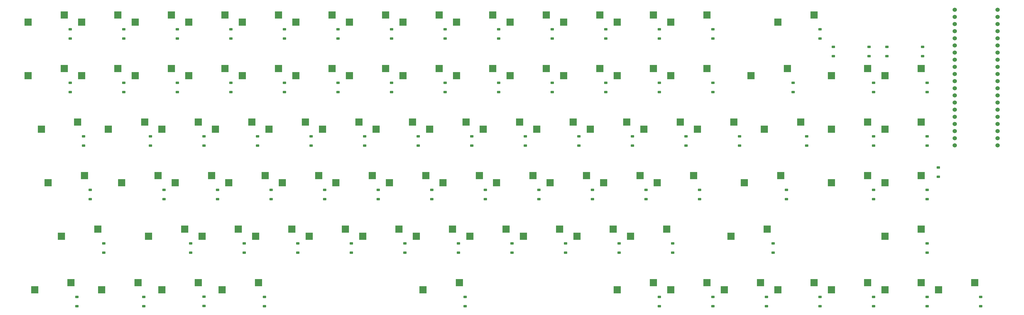
<source format=gbp>
G04 #@! TF.GenerationSoftware,KiCad,Pcbnew,8.0.7*
G04 #@! TF.CreationDate,2025-03-15T22:58:08-07:00*
G04 #@! TF.ProjectId,keyboard,6b657962-6f61-4726-942e-6b696361645f,rev?*
G04 #@! TF.SameCoordinates,Original*
G04 #@! TF.FileFunction,Paste,Bot*
G04 #@! TF.FilePolarity,Positive*
%FSLAX46Y46*%
G04 Gerber Fmt 4.6, Leading zero omitted, Abs format (unit mm)*
G04 Created by KiCad (PCBNEW 8.0.7) date 2025-03-15 22:58:08*
%MOMM*%
%LPD*%
G01*
G04 APERTURE LIST*
G04 Aperture macros list*
%AMRoundRect*
0 Rectangle with rounded corners*
0 $1 Rounding radius*
0 $2 $3 $4 $5 $6 $7 $8 $9 X,Y pos of 4 corners*
0 Add a 4 corners polygon primitive as box body*
4,1,4,$2,$3,$4,$5,$6,$7,$8,$9,$2,$3,0*
0 Add four circle primitives for the rounded corners*
1,1,$1+$1,$2,$3*
1,1,$1+$1,$4,$5*
1,1,$1+$1,$6,$7*
1,1,$1+$1,$8,$9*
0 Add four rect primitives between the rounded corners*
20,1,$1+$1,$2,$3,$4,$5,0*
20,1,$1+$1,$4,$5,$6,$7,0*
20,1,$1+$1,$6,$7,$8,$9,0*
20,1,$1+$1,$8,$9,$2,$3,0*%
G04 Aperture macros list end*
%ADD10R,2.550000X2.500000*%
%ADD11RoundRect,0.225000X0.375000X-0.225000X0.375000X0.225000X-0.375000X0.225000X-0.375000X-0.225000X0*%
%ADD12C,1.524000*%
G04 APERTURE END LIST*
D10*
X450115000Y-340360000D03*
X463042000Y-337820000D03*
X164365000Y-264160000D03*
X177292000Y-261620000D03*
X278665000Y-245110000D03*
X291592000Y-242570000D03*
X431065000Y-340360000D03*
X443992000Y-337820000D03*
X195321250Y-340360000D03*
X208248250Y-337820000D03*
X431065000Y-264160000D03*
X443992000Y-261620000D03*
X340577500Y-321310000D03*
X353504500Y-318770000D03*
X392965000Y-340360000D03*
X405892000Y-337820000D03*
X126265000Y-264160000D03*
X139192000Y-261620000D03*
X345340000Y-283210000D03*
X358267000Y-280670000D03*
X183415000Y-264160000D03*
X196342000Y-261620000D03*
X302477500Y-321310000D03*
X315404500Y-318770000D03*
X269140000Y-283210000D03*
X282067000Y-280670000D03*
X197702500Y-302260000D03*
X210629500Y-299720000D03*
X431065000Y-321310000D03*
X443992000Y-318770000D03*
X354865000Y-245110000D03*
X367792000Y-242570000D03*
X164365000Y-245110000D03*
X177292000Y-242570000D03*
X133408750Y-302260000D03*
X146335750Y-299720000D03*
X145315000Y-245110000D03*
X158242000Y-242570000D03*
X154840000Y-283210000D03*
X167767000Y-280670000D03*
X216752500Y-302260000D03*
X229679500Y-299720000D03*
X159602500Y-302260000D03*
X172529500Y-299720000D03*
X250090000Y-283210000D03*
X263017000Y-280670000D03*
X207227500Y-321310000D03*
X220154500Y-318770000D03*
X354865000Y-340360000D03*
X367792000Y-337820000D03*
X278665000Y-264160000D03*
X291592000Y-261620000D03*
X288190000Y-283210000D03*
X301117000Y-280670000D03*
X326290000Y-283210000D03*
X339217000Y-280670000D03*
X235802500Y-302260000D03*
X248729500Y-299720000D03*
X192940000Y-283210000D03*
X205867000Y-280670000D03*
X202465000Y-245110000D03*
X215392000Y-242570000D03*
X307240000Y-283210000D03*
X320167000Y-280670000D03*
X273902500Y-302260000D03*
X286829500Y-299720000D03*
X392965000Y-245110000D03*
X405892000Y-242570000D03*
X383440000Y-264160000D03*
X396367000Y-261620000D03*
X254852500Y-302260000D03*
X267779500Y-299720000D03*
X331052500Y-302260000D03*
X343979500Y-299720000D03*
X173890000Y-340360000D03*
X186817000Y-337820000D03*
X376296250Y-321310000D03*
X389223250Y-318770000D03*
X335815000Y-245110000D03*
X348742000Y-242570000D03*
X221515000Y-264160000D03*
X234442000Y-261620000D03*
X412015000Y-302260000D03*
X424942000Y-299720000D03*
X131027500Y-283210000D03*
X143954500Y-280670000D03*
X283427500Y-321310000D03*
X296354500Y-318770000D03*
X259615000Y-245110000D03*
X272542000Y-242570000D03*
X126265000Y-245110000D03*
X139192000Y-242570000D03*
X245327500Y-321310000D03*
X258254500Y-318770000D03*
X259615000Y-264160000D03*
X272542000Y-261620000D03*
X364390000Y-283210000D03*
X377317000Y-280670000D03*
X297715000Y-264160000D03*
X310642000Y-261620000D03*
X312002500Y-302260000D03*
X324929500Y-299720000D03*
X178652500Y-302260000D03*
X191579500Y-299720000D03*
X169127500Y-321310000D03*
X182054500Y-318770000D03*
X240565000Y-245110000D03*
X253492000Y-242570000D03*
X264377500Y-321310000D03*
X277304500Y-318770000D03*
X431065000Y-283210000D03*
X443992000Y-280670000D03*
X381058750Y-302260000D03*
X393985750Y-299720000D03*
X335815000Y-264160000D03*
X348742000Y-261620000D03*
X226277500Y-321310000D03*
X239204500Y-318770000D03*
X152458750Y-340360000D03*
X165385750Y-337820000D03*
X350102500Y-302260000D03*
X363029500Y-299720000D03*
X211990000Y-283210000D03*
X224917000Y-280670000D03*
X138171250Y-321310000D03*
X151098250Y-318770000D03*
X128646250Y-340360000D03*
X141573250Y-337820000D03*
X373915000Y-340360000D03*
X386842000Y-337820000D03*
X316765000Y-245110000D03*
X329692000Y-242570000D03*
X316765000Y-264160000D03*
X329692000Y-261620000D03*
X240565000Y-264160000D03*
X253492000Y-261620000D03*
X412015000Y-264160000D03*
X424942000Y-261620000D03*
X354865000Y-264160000D03*
X367792000Y-261620000D03*
X231040000Y-283210000D03*
X243967000Y-280670000D03*
X221515000Y-245110000D03*
X234442000Y-242570000D03*
X292952500Y-302260000D03*
X305879500Y-299720000D03*
X335815000Y-340360000D03*
X348742000Y-337820000D03*
X202465000Y-264160000D03*
X215392000Y-261620000D03*
X321527500Y-321310000D03*
X334454500Y-318770000D03*
X183415000Y-245110000D03*
X196342000Y-242570000D03*
X145315000Y-264160000D03*
X158242000Y-261620000D03*
X412015000Y-283210000D03*
X424942000Y-280670000D03*
X173890000Y-283210000D03*
X186817000Y-280670000D03*
X266758750Y-340360000D03*
X279685750Y-337820000D03*
X297715000Y-245110000D03*
X310642000Y-242570000D03*
X431065000Y-302260000D03*
X443992000Y-299720000D03*
X388202500Y-283210000D03*
X401129500Y-280670000D03*
X188177500Y-321310000D03*
X201104500Y-318770000D03*
X412015000Y-340360000D03*
X424942000Y-337820000D03*
D11*
X412750000Y-257237500D03*
X412750000Y-253937500D03*
X236537500Y-250950000D03*
X236537500Y-247650000D03*
X446087500Y-270001000D03*
X446087500Y-266701000D03*
X188912500Y-346137500D03*
X188912500Y-342837500D03*
X317500000Y-327150000D03*
X317500000Y-323850000D03*
X350837500Y-250950000D03*
X350837500Y-247650000D03*
X179387500Y-250950000D03*
X179387500Y-247650000D03*
X212725000Y-308100000D03*
X212725000Y-304800000D03*
X269875000Y-308100000D03*
X269875000Y-304800000D03*
X279400000Y-327150000D03*
X279400000Y-323850000D03*
X250825000Y-308100000D03*
X250825000Y-304800000D03*
X407987500Y-346201000D03*
X407987500Y-342901000D03*
X303212500Y-289050000D03*
X303212500Y-285750000D03*
X141287500Y-250950000D03*
X141287500Y-247650000D03*
X153193750Y-327151000D03*
X153193750Y-323851000D03*
X160337500Y-250950000D03*
X160337500Y-247650000D03*
X288925000Y-308100000D03*
X288925000Y-304800000D03*
X198437500Y-250950000D03*
X198437500Y-247650000D03*
X193675000Y-308100000D03*
X193675000Y-304800000D03*
X241300000Y-327150000D03*
X241300000Y-323850000D03*
X255587500Y-250950000D03*
X255587500Y-247650000D03*
X298450000Y-327150000D03*
X298450000Y-323850000D03*
X217487500Y-270000000D03*
X217487500Y-266700000D03*
X143668750Y-346200000D03*
X143668750Y-342900000D03*
X360362500Y-289050000D03*
X360362500Y-285750000D03*
X217487500Y-250950000D03*
X217487500Y-247650000D03*
X331787500Y-270000000D03*
X331787500Y-266700000D03*
X407987500Y-250950000D03*
X407987500Y-247650000D03*
X188912500Y-289050000D03*
X188912500Y-285750000D03*
X444500000Y-257237500D03*
X444500000Y-253937500D03*
X174625000Y-308100000D03*
X174625000Y-304800000D03*
X403225000Y-289050000D03*
X403225000Y-285750000D03*
X446087500Y-289050000D03*
X446087500Y-285750000D03*
X388937500Y-346201000D03*
X388937500Y-342901000D03*
X227012500Y-289050000D03*
X227012500Y-285750000D03*
X265112500Y-289050000D03*
X265112500Y-285750000D03*
X255587500Y-270000000D03*
X255587500Y-266700000D03*
X307975000Y-308100000D03*
X307975000Y-304800000D03*
X284162500Y-289050000D03*
X284162500Y-285750000D03*
X446087500Y-308101000D03*
X446087500Y-304801000D03*
X169862500Y-289050000D03*
X169862500Y-285750000D03*
X203200000Y-327150000D03*
X203200000Y-323850000D03*
X427037500Y-308101000D03*
X427037500Y-304801000D03*
X322262500Y-289050000D03*
X322262500Y-285750000D03*
X179387500Y-270000000D03*
X179387500Y-266700000D03*
X260350000Y-327150000D03*
X260350000Y-323850000D03*
X379412500Y-289050000D03*
X379412500Y-285750000D03*
X369887500Y-270000000D03*
X369887500Y-266700000D03*
X396081250Y-308101000D03*
X396081250Y-304801000D03*
X425450000Y-257237500D03*
X425450000Y-253937500D03*
X365125000Y-308100000D03*
X365125000Y-304800000D03*
X331787500Y-250950000D03*
X331787500Y-247650000D03*
X327025000Y-308100000D03*
X327025000Y-304800000D03*
X450056250Y-300100000D03*
X450056250Y-296800000D03*
X427037500Y-346201000D03*
X427037500Y-342901000D03*
X446087500Y-346201000D03*
X446087500Y-342901000D03*
X446087500Y-327150000D03*
X446087500Y-323850000D03*
X391318750Y-327150000D03*
X391318750Y-323850000D03*
X274637500Y-250950000D03*
X274637500Y-247650000D03*
X431800000Y-257237500D03*
X431800000Y-253937500D03*
X369887500Y-250950000D03*
X369887500Y-247650000D03*
X236537500Y-270000000D03*
X236537500Y-266700000D03*
X184150000Y-327150000D03*
X184150000Y-323850000D03*
X341312500Y-289050000D03*
X341312500Y-285750000D03*
X198437500Y-270000000D03*
X198437500Y-266700000D03*
X231775000Y-308100000D03*
X231775000Y-304800000D03*
X148431250Y-308100000D03*
X148431250Y-304800000D03*
X350837500Y-270000000D03*
X350837500Y-266700000D03*
X346075000Y-308100000D03*
X346075000Y-304800000D03*
X369887500Y-346201000D03*
X369887500Y-342901000D03*
X141287500Y-270000000D03*
X141287500Y-266700000D03*
X167481250Y-346200000D03*
X167481250Y-342900000D03*
X281781250Y-346201000D03*
X281781250Y-342901000D03*
X146050000Y-289050000D03*
X146050000Y-285750000D03*
X160337500Y-270000000D03*
X160337500Y-266700000D03*
X465137500Y-346201000D03*
X465137500Y-342901000D03*
X427037500Y-270002000D03*
X427037500Y-266702000D03*
X350837500Y-346201000D03*
X350837500Y-342901000D03*
X246062500Y-289050000D03*
X246062500Y-285750000D03*
X312737500Y-250950000D03*
X312737500Y-247650000D03*
X207962500Y-289050000D03*
X207962500Y-285750000D03*
X336550000Y-327150000D03*
X336550000Y-323850000D03*
X293687500Y-250950000D03*
X293687500Y-247650000D03*
X274637500Y-270000000D03*
X274637500Y-266700000D03*
X427037500Y-289050000D03*
X427037500Y-285750000D03*
X312737500Y-270000000D03*
X312737500Y-266700000D03*
D12*
X471170000Y-240665000D03*
X471170000Y-243205000D03*
X471170000Y-245745000D03*
X471170000Y-248285000D03*
X471170000Y-250825000D03*
X471170000Y-253365000D03*
X471170000Y-255905000D03*
X471170000Y-258445000D03*
X471170000Y-260985000D03*
X471170000Y-263525000D03*
X471170000Y-266065000D03*
X471170000Y-268605000D03*
X471170000Y-271145000D03*
X471170000Y-273685000D03*
X471170000Y-276225000D03*
X471170000Y-278765000D03*
X471170000Y-281305000D03*
X471170000Y-283845000D03*
X471170000Y-286385000D03*
X471170000Y-288925000D03*
X455930000Y-240665000D03*
X455930000Y-243205000D03*
X455930000Y-245745000D03*
X455930000Y-248285000D03*
X455930000Y-250825000D03*
X455930000Y-253365000D03*
X455930000Y-255905000D03*
X455930000Y-258445000D03*
X455930000Y-260985000D03*
X455930000Y-263525000D03*
X455930000Y-266065000D03*
X455930000Y-268605000D03*
X455930000Y-271145000D03*
X455930000Y-273685000D03*
X455930000Y-276225000D03*
X455930000Y-278765000D03*
X455930000Y-281305000D03*
X455930000Y-283845000D03*
X455930000Y-286385000D03*
X455930000Y-288925000D03*
D11*
X398462500Y-270001000D03*
X398462500Y-266701000D03*
X355600000Y-327150000D03*
X355600000Y-323850000D03*
X210343750Y-346201000D03*
X210343750Y-342901000D03*
X293687500Y-270000000D03*
X293687500Y-266700000D03*
X222250000Y-327150000D03*
X222250000Y-323850000D03*
M02*

</source>
